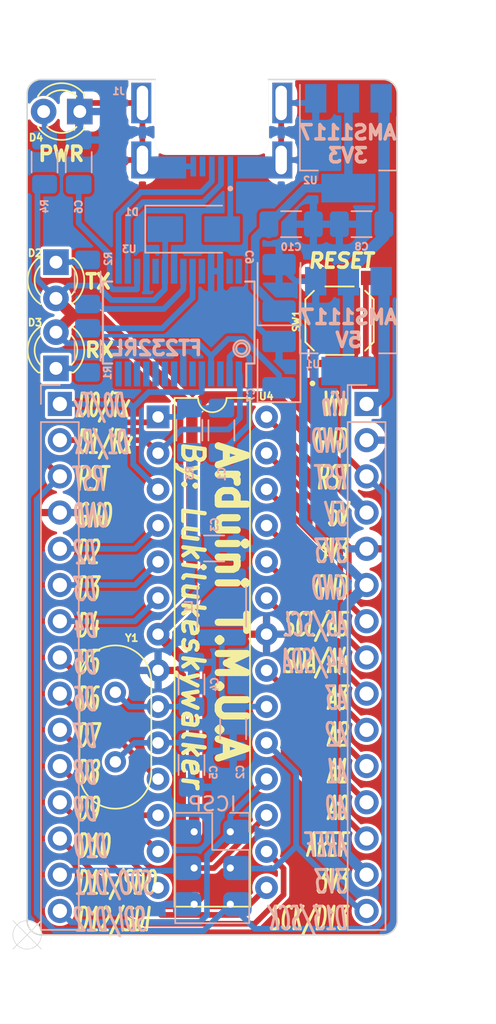
<source format=kicad_pcb>
(kicad_pcb (version 20211014) (generator pcbnew)
  (title_block (date "2022-03-12"))
  (layers (0 "F.Cu" signal) (31 "B.Cu" signal) (34 "B.Paste" user) (35 "F.Paste" user) (36 "B.SilkS" user "B.Silkscreen") (37 "F.SilkS" user "F.Silkscreen") (38 "B.Mask" user) (39 "F.Mask" user) (44 "Edge.Cuts" user))
  (net 0 "")
  (net 1 "/1(Tx)")
  (net 2 "/0(Rx)")
  (net 3 "/Reset")
  (net 4 "GND")
  (net 5 "/2")
  (net 6 "/3(**)")
  (net 7 "/4")
  (net 8 "/5(**)")
  (net 9 "/6(**)")
  (net 10 "/7")
  (net 11 "/8")
  (net 12 "/9(**)")
  (net 13 "Net-(C4-Pad1)")
  (net 14 "+5V")
  (net 15 "/A5")
  (net 16 "/A4")
  (net 17 "/A3")
  (net 18 "/A2")
  (net 19 "/A1")
  (net 20 "/A0")
  (net 21 "/AREF")
  (net 22 "/13(SCK)")
  (net 23 "Net-(C5-Pad1)")
  (net 25 "+3V3")
  (net 26 "/12(MISO)")
  (net 27 "/10(**{slash}SS)")
  (net 28 "/11(**{slash}MOSI)")
  (net 29 "Net-(C1-Pad1)")
  (net 30 "/D+")
  (net 31 "/D-")
  (net 32 "Net-(R2-Pad1)")
  (net 33 "Net-(R1-Pad1)")
  (net 34 "/Vin")
  (net 35 "+5VA")
  (net 36 "Net-(D2-Pad1)")
  (net 37 "/3V3OUT")
  (net 38 "Net-(J1-Pad1)")
  (net 39 "Net-(D3-Pad1)")
  (net 40 "Net-(D4-Pad2)")
  (footprint "Crystal:Crystal_HC49-4H_Vertical" (layer "F.Cu") (at 6.2 -12.1375 90)
    (fp_text reference "Y1")
    (fp_text value "16Mhz")
  )
  (footprint "Package_DIP:DIP-28_W7.62mm" (layer "F.Cu") (at 9.2 -36.33)
    (fp_text reference "U4")
    (fp_text value "ATmega328-P")
  )
  (footprint "LED_THT:LED_D3.0mm" (layer "F.Cu") (at 3.7 -57.75 180)
    (fp_text reference "D4")
    (fp_text value "POWER_LED")
  )
  (footprint "LED_THT:LED_D3.0mm" (layer "F.Cu") (at 2.025 -39.735 90)
    (fp_text reference "D3")
    (fp_text value "RX Red")
  )
  (footprint "LED_THT:LED_D3.0mm" (layer "F.Cu") (at 2.025 -47.185 -90)
    (fp_text reference "D2")
    (fp_text value "TX Green")
  )
  (footprint "Footprints_priv:SW_PTS526_SM08_SMTR2_LFS" (layer "F.Cu") (at 21.95 -43.08 90)
    (fp_text reference "SW1")
    (fp_text value "SW_Push")
  )
  (footprint "Package_TO_SOT_SMD:SOT-223-3_TabPin2" (layer "B.Cu") (at 22.575 -55.525 -90)
    (fp_text reference "U2")
    (fp_text value "AMS1117-3.3")
  )
  (footprint "Package_SO:SSOP-28_5.3x10.2mm_P0.65mm" (layer "B.Cu") (at 10.65 -42.95 90)
    (fp_text reference "U3")
    (fp_text value "FT232RL")
  )
  (footprint "TE:TE_2134441-2" (layer "B.Cu") (at 12.975 -58.35 90)
    (fp_text reference "J1")
    (fp_text value "2134441-2")
    (fp_line (start -3.6 -3.175) (end -3.6 3.175) (layer "Edge.Cuts") (width 0.01))
    (fp_line (start -2.8 3.975) (end 1.65 3.975) (layer "Edge.Cuts") (width 0.01))
    (fp_line (start 1.65 -3.975) (end -2.8 -3.975) (layer "Edge.Cuts") (width 0.01))
    (fp_arc (start -2.8 3.975) (mid -3.365685 3.740685) (end -3.6 3.175) (layer "Edge.Cuts") (width 0.01))
    (fp_arc (start -3.6 -3.175) (mid -3.365685 -3.740685) (end -2.8 -3.975) (layer "Edge.Cuts") (width 0.01))
  )
  (footprint "Resistor_SMD:R_1206_3216Metric_Pad1.30x1.75mm_HandSolder" (layer "B.Cu") (at 4.25 -45.8 90)
    (fp_text reference "R2")
    (fp_text value "1K")
  )
  (footprint "Connector_PinSocket_2.54mm:PinSocket_1x15_P2.54mm_Vertical" (layer "B.Cu") (at 2.3 -37.24 180)
    (fp_text reference "P1" hide)
    (fp_text value "Digital")
  )
  (footprint "Resistor_SMD:R_1206_3216Metric_Pad1.30x1.75mm_HandSolder" (layer "B.Cu") (at 11.4 -35.4 90)
    (fp_text reference "R3")
    (fp_text value "10K")
  )
  (footprint "Package_TO_SOT_SMD:SOT-223-3_TabPin2" (layer "B.Cu") (at 22.575 -42.7 -90)
    (fp_text reference "U1")
    (fp_text value "AMS1117-5.0")
  )
  (footprint "Capacitor_SMD:C_1206_3216Metric_Pad1.33x1.80mm_HandSolder" (layer "B.Cu") (at 13.1375 -27.105)
    (fp_text reference "C3")
    (fp_text value "100n")
  )
  (footprint "Capacitor_SMD:C_1206_3216Metric_Pad1.33x1.80mm_HandSolder" (layer "B.Cu") (at 14.475 -14.4425 -90)
    (fp_text reference "C2")
    (fp_text value "100n")
  )
  (footprint "Capacitor_SMD:C_1206_3216Metric_Pad1.33x1.80mm_HandSolder" (layer "B.Cu") (at 18.55 -49.85)
    (fp_text reference "C10")
    (fp_text value "100n")
  )
  (footprint "Resistor_SMD:R_1206_3216Metric_Pad1.30x1.75mm_HandSolder" (layer "B.Cu") (at 4.25 -41 -90)
    (fp_text reference "R1")
    (fp_text value "1K")
  )
  (footprint "Capacitor_SMD:C_1206_3216Metric_Pad1.33x1.80mm_HandSolder" (layer "B.Cu") (at 23.5 -49.85 180)
    (fp_text reference "C8")
    (fp_text value "100n")
  )
  (footprint "Capacitor_SMD:C_1206_3216Metric_Pad1.33x1.80mm_HandSolder" (layer "B.Cu") (at 3.625 -54.195 -90)
    (fp_text reference "C6")
    (fp_text value "100n")
  )
  (footprint "Footprints_priv:ICSP_Spring_Conn" (layer "B.Cu") (at 14.275 -7.23 180)
    (fp_text reference "J2" hide)
    (fp_text value "ICSP")
  )
  (footprint "Capacitor_SMD:C_1206_3216Metric_Pad1.33x1.80mm_HandSolder" (layer "B.Cu") (at 13.65 -35.3875 90)
    (fp_text reference "C1")
    (fp_text value "100n")
  )
  (footprint "Capacitor_SMD:C_1206_3216Metric_Pad1.33x1.80mm_HandSolder" (layer "B.Cu") (at 11.55 -17.5675 90)
    (fp_text reference "C4")
    (fp_text value "22p")
  )
  (footprint "Diode_SMD:D_SMA" (layer "B.Cu") (at 11.7 -49.5)
    (fp_text reference "D1")
    (fp_text value "D_Schottky")
  )
  (footprint "Capacitor_SMD:C_1206_3216Metric_Pad1.33x1.80mm_HandSolder" (layer "B.Cu") (at 11.55 -11.9175 -90)
    (fp_text reference "C5")
    (fp_text value "22p")
  )
  (footprint "Connector_PinSocket_2.54mm:PinSocket_1x15_P2.54mm_Vertical" (layer "B.Cu") (at 23.85 -37.24 180)
    (fp_text reference "P2" hide)
    (fp_text value "Analog")
  )
  (footprint "Resistor_SMD:R_1206_3216Metric_Pad1.30x1.75mm_HandSolder" (layer "B.Cu") (at 1.225 -54.2 90)
    (fp_text reference "R4")
    (fp_text value "1K")
  )
  (footprint "Capacitor_Tantalum_SMD:CP_EIA-3528-15_AVX-H_Pad1.50x2.35mm_HandSolder" (layer "B.Cu") (at 17.7 -45.3875 90)
    (fp_text reference "C9")
    (fp_text value "100u")
  )
  (footprint "Capacitor_Tantalum_SMD:CP_EIA-3528-15_AVX-H_Pad1.50x2.35mm_HandSolder" (layer "B.Cu") (at 17.7 -40 90)
    (fp_text reference "C7")
    (fp_text value "100u")
  )
  (footprint "Inductor_SMD:L_1812_4532Metric" (layer "B.Cu") (at 13.675 -23 90)
    (fp_text reference "L1")
    (fp_text value "100uH")
  )
  (gr_circle (center 15.068392 -41.125) (end 15.418392 -40.675) (layer "B.SilkS") (width 0.15) (fill none))
  (gr_circle (center 15.068392 -41.125) (end 15.268392 -40.8) (layer "B.SilkS") (width 0.15) (fill none))
  (gr_arc (start 0 -59) (mid 0.292893 -59.707107) (end 1 -60) (layer "Edge.Cuts") (width 0.1))
  (gr_line (start 25 -60) (end 16.95 -60) (layer "Edge.Cuts") (width 0.1))
  (gr_arc (start 1 0) (mid 0.292893 -0.292893) (end 0 -1) (layer "Edge.Cuts") (width 0.1))
  (gr_arc (start 25 -60) (mid 25.707107 -59.707107) (end 26 -59) (layer "Edge.Cuts") (width 0.1))
  (gr_line (start 1 0) (end 25 0) (layer "Edge.Cuts") (width 0.1))
  (gr_line (start 0 -59) (end 0 -1) (layer "Edge.Cuts") (width 0.1))
  (gr_arc (start 26 -1) (mid 25.707107 -0.292893) (end 25 0) (layer "Edge.Cuts") (width 0.1))
  (gr_line (start 26 -1) (end 26 -59) (layer "Edge.Cuts") (width 0.1))
  (gr_line (start 9 -60) (end 1 -60) (layer "Edge.Cuts") (width 0.1))
  (gr_text "Vin\nGND\nRST\n5V\n3V3\nGND\nA5/SCL\nA4/SDA\nA3\nA2\nA1\nA0\nAREF\n3V3\nD13/SCK" (at 22.65 -19.18) (layer "B.SilkS") (effects (font (size 1.6 0.8) (thickness 0.2) italic) (justify left mirror)))
  (gr_text "AMS1117\n3V3" (at 22.525 -55.475) (layer "B.SilkS") (effects (font (size 1 1) (thickness 0.25)) (justify mirror)))
  (gr_text "FT232RL" (at 9.125 -41.15) (layer "B.SilkS") (effects (font (size 1 1) (thickness 0.25)) (justify mirror)))
  (gr_text "D0/Tx\nD1/Rx\nRST\nGND\nD2\nD3\nD4\nD5\nD6\nD7\nD8\nD9\nD10\nSDO/D11\nSDI/D12" (at 3.225 -19.08) (layer "B.SilkS") (effects (font (size 1.6 0.8) (thickness 0.2) italic) (justify right mirror)))
  (gr_text "AMS1117\n5V" (at 22.6 -42.525) (layer "B.SilkS") (effects (font (size 1 1) (thickness 0.25)) (justify mirror)))
  (gr_text "D0/Tx\nD1/Rx\nRST\nGND\nD2\nD3\nD4\nD5\nD6\nD7\nD8\nD9\nD10\nD11/SDO\nD12/SDI" (at 3.35 -19.105) (layer "F.SilkS") (effects (font (size 1.6 0.8) (thickness 0.2) italic) (justify left)))
  (gr_text "RESET" (at 22.05 -47.28) (layer "F.SilkS") (effects (font (size 1 1) (thickness 0.25) italic)))
  (gr_text "Arduini T.M.U.A" (at 14.325 -23.355 270) (layer "F.SilkS") (effects (font (size 2 2) (thickness 0.5))))
  (gr_text "Vin\nGND\nRST\n5V\n3V3\nGND\nSCL/A5\nSDA/A4\nA3\nA2\nA1\nA0\nAREF\n3V3\nSCK/D13" (at 22.65 -19.18) (layer "F.SilkS") (effects (font (size 1.6 0.8) (thickness 0.2) italic) (justify right)))
  (gr_text "TX" (at 4.975 -45.825) (layer "F.SilkS") (effects (font (size 1 1) (thickness 0.25))))
  (gr_text "By: Lukilukeskywalker" (at 11.65 -22.43 -90) (layer "F.SilkS") (effects (font (size 1.5 1.5) (thickness 0.3) italic)))
  (gr_text "RX" (at 5.075 -41.025) (layer "F.SilkS") (effects (font (size 1 1) (thickness 0.25))))
  (gr_text "PWR" (at 2.4 -54.775) (layer "F.SilkS") (effects (font (size 1 1) (thickness 0.25))))
  (target x (at 0 0) (size 2) (width 0.04) (layer "Edge.Cuts"))
  (segment (start 7.45 -33) (end 9.2 -31.25) (width 0.4) (layer "B.Cu") (net 1))
  (segment (start 8.546467 -38.075489) (end 7.45 -36.979022) (width 0.4) (layer "B.Cu") (net 1))
  (segment (start 8.546467 -38.075489) (end 12.249511 -38.075489) (width 0.4) (layer "B.Cu") (net 1))
  (segment (start 7.45 -36.979022) (end 7.45 -33) (width 0.4) (layer "B.Cu") (net 1))
  (segment (start 7.189022 -37.24) (end 2.3 -37.24) (width 0.4) (layer "B.Cu") (net 1))
  (segment (start 7.45 -36.979022) (end 7.189022 -37.24) (width 0.4) (layer "B.Cu") (net 1))
  (segment (start 12.275 -38.100978) (end 12.275 -39.35) (width 0.4) (layer "B.Cu") (net 1))
  (segment (start 12.249511 -38.075489) (end 12.275 -38.100978) (width 0.4) (layer "B.Cu") (net 1))
  (segment (start 2.3 -34.7) (end 8.29 -34.7) (width 0.4) (layer "F.Cu") (net 2))
  (segment (start 8.29 -34.7) (end 9.2 -33.79) (width 0.4) (layer "F.Cu") (net 2))
  (segment (start 14.94952 -36.268461) (end 14.131059 -35.45) (width 0.4) (layer "B.Cu") (net 2))
  (segment (start 14.875 -39.35) (end 14.94952 -39.27548) (width 0.4) (layer "B.Cu") (net 2))
  (segment (start 14.94952 -39.27548) (end 14.94952 -36.268461) (width 0.4) (layer "B.Cu") (net 2))
  (segment (start 14.131059 -35.45) (end 10.86 -35.45) (width 0.4) (layer "B.Cu") (net 2))
  (segment (start 10.86 -35.45) (end 9.2 -33.79) (width 0.4) (layer "B.Cu") (net 2))
  (segment (start 1.782435 -35.949511) (end 1.050489 -35.217565) (width 0.4) (layer "F.Cu") (net 3))
  (segment (start 22.425 -33.585) (end 22.425 -38.705) (width 0.4) (layer "F.Cu") (net 3))
  (segment (start 1.050489 -33.409511) (end 2.3 -32.16) (width 0.4) (layer "F.Cu") (net 3))
  (segment (start 9.2 -36.33) (end 8.819511 -35.949511) (width 0.4) (layer "F.Cu") (net 3))
  (segment (start 23.85 -32.16) (end 22.425 -33.585) (width 0.4) (layer "F.Cu") (net 3))
  (segment (start 22.425 -38.705) (end 23.8 -40.08) (width 0.4) (layer "F.Cu") (net 3))
  (segment (start 1.050489 -35.217565) (end 1.050489 -33.409511) (width 0.4) (layer "F.Cu") (net 3))
  (segment (start 23.8 -40.08) (end 23.8 -46.08) (width 0.4) (layer "F.Cu") (net 3))
  (segment (start 8.819511 -35.949511) (end 1.782435 -35.949511) (width 0.4) (layer "F.Cu") (net 3))
  (segment (start 24.430489 -0.430489) (end 15.994511 -0.430489) (width 0.4) (layer "B.Cu") (net 3))
  (segment (start 25.099511 -1.099511) (end 24.430489 -0.430489) (width 0.4) (layer "B.Cu") (net 3))
  (segment (start 25.099511 -30.910489) (end 25.099511 -1.099511) (width 0.4) (layer "B.Cu") (net 3))
  (segment (start 11.4 -36.95) (end 13.65 -36.95) (width 0.4) (layer "B.Cu") (net 3))
  (segment (start 0.675 -30.535) (end 2.3 -32.16) (width 0.4) (layer "B.Cu") (net 3))
  (segment (start 10.78 -36.33) (end 11.4 -36.95) (width 0.4) (layer "B.Cu") (net 3))
  (segment (start 9.2 -36.33) (end 10.78 -36.33) (width 0.4) (layer "B.Cu") (net 3))
  (segment (start 1.911955 -0.300969) (end 0.675 -1.537924) (width 0.4) (layer "B.Cu") (net 3))
  (segment (start 12.425969 -0.300969) (end 1.911955 -0.300969) (width 0.4) (layer "B.Cu") (net 3))
  (segment (start 23.85 -32.16) (end 25.099511 -30.910489) (width 0.4) (layer "B.Cu") (net 3))
  (segment (start 10.855 -36.33) (end 11.475 -36.95) (width 0.4) (layer "B.Cu") (net 3))
  (segment (start 0.675 -1.537924) (end 0.675 -30.535) (width 0.4) (layer "B.Cu") (net 3))
  (segment (start 14.275 -2.15) (end 12.425969 -0.300969) (width 0.4) (layer "B.Cu") (net 3))
  (segment (start 15.994511 -0.430489) (end 14.275 -2.15) (width 0.4) (layer "B.Cu") (net 3))
  (segment (start 7.075 -54.35) (end 6.875 -54.15) (width 0.4) (layer "F.Cu") (net 4))
  (segment (start 19.425 -58.35) (end 19.475 -58.3) (width 0.4) (layer "F.Cu") (net 4))
  (segment (start 4.3 -58.35) (end 3.7 -57.75) (width 0.4) (layer "F.Cu") (net 4))
  (segment (start 8.1 -54.35) (end 17.85 -54.35) (width 0.4) (layer "F.Cu") (net 4))
  (segment (start 19.275 -54.35) (end 19.3 -54.325) (width 0.4) (layer "F.Cu") (net 4))
  (segment (start 8.1 -58.35) (end 8.1 -54.35) (width 0.4) (layer "F.Cu") (net 4))
  (segment (start 8.1 -58.35) (end 4.3 -58.35) (width 0.4) (layer "F.Cu") (net 4))
  (segment (start 17.85 -58.35) (end 17.85 -54.35) (width 0.4) (layer "F.Cu") (net 4))
  (segment (start 17.85 -58.35) (end 19.425 -58.35) (width 0.4) (layer "F.Cu") (net 4))
  (segment (start 17.85 -54.35) (end 19.275 -54.35) (width 0.4) (layer "F.Cu") (net 4))
  (segment (start 8.1 -54.35) (end 7.075 -54.35) (width 0.4) (layer "F.Cu") (net 4))
  (segment (start 17.85 -58.35) (end 19.95 -58.35) (width 0.4) (layer "B.Cu") (net 4))
  (segment (start 11.675 -53.9) (end 8.55 -53.9) (width 0.4) (layer "B.Cu") (net 4))
  (segment (start 13.575 -45.275) (end 13.575 -46.55) (width 0.4) (layer "B.Cu") (net 4))
  (segment (start 19.95 -58.35) (end 20.275 -58.675) (width 0.4) (layer "B.Cu") (net 4))
  (segment (start 19.6 -54.35) (end 19.65 -54.3) (width 0.4) (layer "B.Cu") (net 4))
  (segment (start 17.85 -54.35) (end 19.6 -54.35) (width 0.4) (layer "B.Cu") (net 4))
  (segment (start 17.7 -41.625) (end 17.225 -41.625) (width 0.4) (layer "B.Cu") (net 4))
  (segment (start 8.55 -53.9) (end 8.1 -54.35) (width 0.4) (layer "B.Cu") (net 4))
  (segment (start 18.8625 -45.85) (end 17.7 -47.0125) (width 0.4) (layer "B.Cu") (net 4))
  (segment (start 20.275 -45.85) (end 18.8625 -45.85) (width 0.4) (layer "B.Cu") (net 4))
  (segment (start 17.225 -41.625) (end 13.575 -45.275) (width 0.4) (layer "B.Cu") (net 4))
  (segment (start 2.3 -27.08) (end 7.57 -27.08) (width 0.4) (layer "B.Cu") (net 5))
  (segment (start 7.57 -27.08) (end 9.2 -28.71) (width 0.4) (layer "B.Cu") (net 5))
  (segment (start 2.3 -24.54) (end 7.57 -24.54) (width 0.4) (layer "B.Cu") (net 6))
  (segment (start 7.57 -24.54) (end 9.2 -26.17) (width 0.4) (layer "B.Cu") (net 6))
  (segment (start 7.57 -22) (end 9.2 -23.63) (width 0.4) (layer "B.Cu") (net 7))
  (segment (start 2.3 -22) (end 7.57 -22) (width 0.4) (layer "B.Cu") (net 7))
  (segment (start 3.549511 -16.580489) (end 9.2 -10.93) (width 0.4) (layer "F.Cu") (net 8))
  (segment (start 3.549511 -18.210489) (end 3.549511 -16.580489) (width 0.4) (layer "F.Cu") (net 8))
  (segment (start 2.3 -19.46) (end 3.549511 -18.210489) (width 0.4) (layer "F.Cu") (net 8))
  (segment (start 8.06863 -8.39) (end 9.2 -8.39) (width 0.4) (layer "F.Cu") (net 9))
  (segment (start 4.149022 -12.309608) (end 8.06863 -8.39) (width 0.4) (layer "F.Cu") (net 9))
  (segment (start 2.3 -16.92) (end 4.149022 -15.070978) (width 0.4) (layer "F.Cu") (net 9))
  (segment (start 4.149022 -15.070978) (end 4.149022 -12.309608) (width 0.4) (layer "F.Cu") (net 9))
  (segment (start 3.549511 -13.130489) (end 3.549511 -11.500489) (width 0.4) (layer "F.Cu") (net 10))
  (segment (start 2.3 -14.38) (end 3.549511 -13.130489) (width 0.4) (layer "F.Cu") (net 10))
  (segment (start 3.549511 -11.500489) (end 9.2 -5.85) (width 0.4) (layer "F.Cu") (net 10))
  (segment (start 3.549511 -8.960489) (end 9.2 -3.31) (width 0.4) (layer "F.Cu") (net 11))
  (segment (start 3.549511 -10.590489) (end 3.549511 -8.960489) (width 0.4) (layer "F.Cu") (net 11))
  (segment (start 2.3 -11.84) (end 3.549511 -10.590489) (width 0.4) (layer "F.Cu") (net 11))
  (segment (start 16.82 -3.31) (end 14.910489 -1.400489) (width 0.4) (layer "F.Cu") (net 12))
  (segment (start 14.910489 -1.400489) (end 9.413145 -1.400489) (width 0.4) (layer "F.Cu") (net 12))
  (segment (start 9.413145 -1.400489) (end 3.549511 -7.264123) (width 0.4) (layer "F.Cu") (net 12))
  (segment (start 3.549511 -7.264123) (end 3.549511 -8.050489) (width 0.4) (layer "F.Cu") (net 12))
  (segment (start 3.549511 -8.050489) (end 2.3 -9.3) (width 0.4) (layer "F.Cu") (net 12))
  (segment (start 7.2075 -16.01) (end 6.2 -17.0175) (width 0.4) (layer "B.Cu") (net 13))
  (segment (start 9.2 -16.01) (end 7.2075 -16.01) (width 0.4) (layer "B.Cu") (net 13))
  (segment (start 9.2 -16.01) (end 11.545 -16.01) (width 0.4) (layer "B.Cu") (net 13))
  (segment (start 11.545 -16.01) (end 11.55 -16.005) (width 0.4) (layer "B.Cu") (net 13))
  (segment (start 3.17 -43.42) (end 2.025 -42.275) (width 0.8) (layer "F.Cu") (net 14))
  (segment (start 11.575 -36.754022) (end 11.575 -36.85) (width 0.8) (layer "F.Cu") (net 14))
  (segment (start 18.219511 -36.659809) (end 18.219511 -36.955489) (width 0.8) (layer "F.Cu") (net 14))
  (segment (start 11.575 -23.465) (end 9.2 -21.09) (width 0.8) (layer "F.Cu") (net 14))
  (segment (start 18.219511 -36.955489) (end 17.445489 -37.729511) (width 0.8) (layer "F.Cu") (net 14))
  (segment (start 22.118831 -31.351169) (end 22.118831 -32.760489) (width 0.8) (layer "F.Cu") (net 14))
  (segment (start 9.2 -21.09) (end 11.735 -18.555) (width 0.75) (layer "F.Cu") (net 14))
  (segment (start 22.118831 -32.760489) (end 18.219511 -36.659809) (width 0.8) (layer "F.Cu") (net 14))
  (segment (start 11.735 -18.555) (end 11.735 -7.23) (width 0.75) (layer "F.Cu") (net 14))
  (segment (start 5.005 -43.42) (end 3.25 -43.42) (width 0.8) (layer "F.Cu") (net 14))
  (segment (start 11.575 -36.85) (end 5.005 -43.42) (width 0.8) (layer "F.Cu") (net 14))
  (segment (start 12.550489 -37.729511) (end 11.575 -36.754022) (width 0.8) (layer "F.Cu") (net 14))
  (segment (start 17.445489 -37.729511) (end 12.550489 -37.729511) (width 0.8) (layer "F.Cu") (net 14))
  (segment (start 3.25 -43.42) (end 2.025 -44.645) (width 0.8) (layer "F.Cu") (net 14))
  (segment (start 11.575 -36.754022) (end 11.575 -23.465) (width 0.8) (layer "F.Cu") (net 14))
  (segment (start 23.85 -29.62) (end 22.118831 -31.351169) (width 0.8) (layer "F.Cu") (net 14))
  (segment (start 9.675 -45.275) (end 9.675 -46.55) (width 0.4) (layer "B.Cu") (net 14))
  (segment (start 0.725489 -52.150489) (end 0.725489 -45.944511) (width 0.4) (layer "B.Cu") (net 14))
  (segment (start 11.7075 -27.105) (end 13.675 -25.1375) (width 0.75) (layer "B.Cu") (net 14))
  (segment (start 2.306441 -42.275) (end 2.025 -42.275) (width 0.4) (layer "B.Cu") (net 14))
  (segment (start 17.7 -39.281441) (end 17.7 -38.375) (width 0.4) (layer "B.Cu") (net 14))
  (segment (start 14.125978 -41.8) (end 15.181441 -41.8) (width 0.4) (layer "B.Cu") (net 14))
  (segment (start 13.2475 -25.1375) (end 9.2 -21.09) (width 0.75) (layer "B.Cu") (net 14))
  (segment (start 22.575 -39.55) (end 22.400489 -39.375489) (width 0.75) (layer "B.Cu") (net 14))
  (segment (start 11.525 -27.155) (end 11.575 -27.105) (width 0.75) (layer "B.Cu") (net 14))
  (segment (start 22.400489 -39.375489) (end 22.400489 -31.069511) (width 0.75) (layer "B.Cu") (net 14))
  (segment (start 12.925 -40.599022) (end 12.024022 -41.5) (width 0.4) (layer "B.Cu") (net 14))
  (segment (start 2.025 -44.645) (end 0.725489 -45.944511) (width 0.4) (layer "B.Cu") (net 14))
  (segment (start 2.8 -41.5) (end 2.025 -42.275) (width 0.4) (layer "B.Cu") (net 14))
  (segment (start 2.025 -44.645) (end 2.925 -45.545) (width 0.4) (layer "B.Cu") (net 14))
  (segment (start 25.0625 -48.986522) (end 22.575 -46.499022) (width 0.8) (layer "B.Cu") (net 14))
  (segment (start 12.925 -39.35) (end 12.925 -40.599022) (width 0.4) (layer "B.Cu") (net 14))
  (segment (start 2.925 -45.545) (end 4.898559 -45.545) (width 0.4) (layer "B.Cu") (net 14))
  (segment (start 11.575 -27.105) (end 11.7075 -27.105) (width 0.75) (layer "B.Cu") (net 14))
  (segment (start 25.0625 -49.85) (end 25.0625 -48.986522) (width 0.8) (layer "B.Cu") (net 14))
  (segment (start 22.275 -39.25) (end 22.575 -39.55) (width 0.75) (layer "B.Cu") (net 14))
  (segment (start 25.075 -58.475) (end 24.875 -58.675) (width 0.8) (layer "B.Cu") (net 14))
  (segment (start 22.400489 -45.675489) (end 22.575 -45.85) (width 0.8) (layer "B.Cu") (net 14))
  (segment (start 25.074511 -58.475489) (end 24.875 -58.675) (width 0.8) (layer "B.Cu") (net 14))
  (segment (start 9.7 -46.575) (end 9.675 -46.55) (width 0.4) (layer "B.Cu") (net 14))
  (segment (start 4.898559 -45.545) (end 5.918069 -44.52549) (width 0.4) (layer "B.Cu") (net 14))
  (segment (start 11.575 -27.105) (end 11.575 -33.675) (width 0.75) (layer "B.Cu") (net 14))
  (segment (start 12.024022 -41.5) (end 2.8 -41.5) (width 0.4) (layer "B.Cu") (net 14))
  (segment (start 15.181441 -41.8) (end 17.7 -39.281441) (width 0.4) (layer "B.Cu") (net 14))
  (segment (start 22.575 -45.85) (end 22.575 -39.55) (width 0.8) (layer "B.Cu") (net 14))
  (segment (start 25.0625 -49.85) (end 25.074511 -49.862011) (width 0.8) (layer "B.Cu") (net 14))
  (segment (start 1.225 -52.65) (end 0.725489 -52.150489) (width 0.4) (layer "B.Cu") (net 14))
  (segment (start 23.85 -29.62) (end 22.400489 -31.069511) (width 0.8) (layer "B.Cu") (net 14))
  (segment (start 5.918069 -44.52549) (end 8.92549 -44.52549) (width 0.4) (layer "B.Cu") (net 14))
  (segment (start 8.92549 -44.52549) (end 9.675 -45.275) (width 0.4) (layer "B.Cu") (net 14))
  (segment (start 12.925 -40.599022) (end 14.125978 -41.8) (width 0.4) (layer "B.Cu") (net 14))
  (segment (start 9.7 -49.5) (end 9.7 -46.575) (width 0.4) (layer "B.Cu") (net 14))
  (segment (start 13.675 -25.1375) (end 13.2475 -25.1375) (width 0.75) (layer "B.Cu") (net 14))
  (segment (start 25.074511 -49.862011) (end 25.074511 -58.475489) (width 0.8) (layer "B.Cu") (net 14))
  (segment (start 22.575 -46.499022) (end 22.575 -45.85) (width 0.8) (layer "B.Cu") (net 14))
  (segment (start 11.575 -33.675) (end 11.4 -33.85) (width 0.75) (layer "B.Cu") (net 14))
  (segment (start 22.600489 -23.249511) (end 22.600489 -27.234187) (width 0.4) (layer "F.Cu") (net 15))
  (segment (start 21.051467 -32.098533) (end 16.82 -36.33) (width 0.4) (layer "F.Cu") (net 15))
  (segment (start 23.85 -22) (end 22.600489 -23.249511) (width 0.4) (layer "F.Cu") (net 15))
  (segment (start 21.051467 -28.78321) (end 21.051467 -32.098533) (width 0.4) (layer "F.Cu") (net 15))
  (segment (start 22.600489 -27.234187) (end 21.051467 -28.78321) (width 0.4) (layer "F.Cu") (net 15))
  (segment (start 20.451956 -28.534886) (end 20.451957 -29.060321) (width 0.4) (layer "F.Cu") (net 16))
  (segment (start 22.000978 -26.985862) (end 20.451956 -28.534886) (width 0.4) (layer "F.Cu") (net 16))
  (segment (start 23.85 -19.46) (end 22.000978 -21.309022) (width 0.4) (layer "F.Cu") (net 16))
  (segment (start 20.451957 -29.060321) (end 20.451957 -30.158043) (width 0.4) (layer "F.Cu") (net 16))
  (segment (start 20.451957 -30.158043) (end 16.82 -33.79) (width 0.4) (layer "F.Cu") (net 16))
  (segment (start 22.000978 -21.309022) (end 22.000978 -26.985862) (width 0.4) (layer "F.Cu") (net 16))
  (segment (start 23.85 -16.92) (end 21.365 -19.405) (width 0.4) (layer "F.Cu") (net 17))
  (segment (start 21.365 -26.705) (end 16.82 -31.25) (width 0.4) (layer "F.Cu") (net 17))
  (segment (start 21.365 -19.405) (end 21.365 -26.705) (width 0.4) (layer "F.Cu") (net 17))
  (segment (start 19.975 -25.555) (end 16.82 -28.71) (width 0.4) (layer "F.Cu") (net 18))
  (segment (start 19.975 -18.255) (end 19.975 -25.555) (width 0.4) (layer "F.Cu") (net 18))
  (segment (start 23.85 -14.38) (end 19.975 -18.255) (width 0.4) (layer "F.Cu") (net 18))
  (segment (start 19.218532 -16.471468) (end 19.218532 -23.771468) (width 0.4) (layer "F.Cu") (net 19))
  (segment (start 23.85 -11.84) (end 19.218532 -16.471468) (width 0.4) (layer "F.Cu") (net 19))
  (segment (start 19.218532 -23.771468) (end 16.82 -26.17) (width 0.4) (layer "F.Cu") (net 19))
  (segment (start 18.619022 -14.530978) (end 18.619022 -21.830978) (width 0.4) (layer "F.Cu") (net 20))
  (segment (start 18.619022 -21.830978) (end 16.82 -23.63) (width 0.4) (layer "F.Cu") (net 20))
  (segment (start 23.85 -9.3) (end 18.619022 -14.530978) (width 0.4) (layer "F.Cu") (net 20))
  (segment (start 18.019511 -17.350489) (end 16.82 -18.55) (width 0.4) (layer "F.Cu") (net 21))
  (segment (start 18.019511 -12.590489) (end 18.019511 -17.350489) (width 0.4) (layer "F.Cu") (net 21))
  (segment (start 23.85 -6.76) (end 18.019511 -12.590489) (width 0.4) (layer "F.Cu") (net 21))
  (segment (start 17.345489 -4.650489) (end 18.908183 -6.213183) (width 0.4) (layer "B.Cu") (net 22))
  (segment (start 18.90049 -6.220876) (end 18.908183 -6.213183) (width 0.4) (layer "B.Cu") (net 22))
  (segment (start 18.908183 -6.213183) (end 23.5 -1.621366) (width 0.4) (layer "B.Cu") (net 22))
  (segment (start 23.5 -1.621366) (end 23.791366 -1.621366) (width 0.4) (layer "B.Cu") (net 22))
  (segment (start 18.90049 -11.38951) (end 18.90049 -6.220876) (width 0.4) (layer "B.Cu") (net 22))
  (segment (start 23.791366 -1.621366) (end 23.85 -1.68) (width 0.4) (layer "B.Cu") (net 22))
  (segment (start 14.275 -4.69) (end 14.314511 -4.650489) (width 0.4) (layer "B.Cu") (net 22))
  (segment (start 16.82 -13.47) (end 18.90049 -11.38951) (width 0.4) (layer "B.Cu") (net 22))
  (segment (start 14.314511 -4.650489) (end 17.345489 -4.650489) (width 0.4) (layer "B.Cu") (net 22))
  (segment (start 9.2 -13.47) (end 7.5325 -13.47) (width 0.4) (layer "B.Cu") (net 23))
  (segment (start 11.55 -13.48) (end 9.21 -13.48) (width 0.4) (layer "B.Cu") (net 23))
  (segment (start 7.5325 -13.47) (end 6.2 -12.1375) (width 0.4) (layer "B.Cu") (net 23))
  (segment (start 9.21 -13.48) (end 9.2 -13.47) (width 0.4) (layer "B.Cu") (net 23))
  (segment (start 22.375 -5.695) (end 23.85 -4.22) (width 0.75) (layer "B.Cu") (net 25))
  (segment (start 22.375 -23.065) (end 23.85 -24.54) (width 0.75) (layer "B.Cu") (net 25))
  (segment (start 22.375 -5.695) (end 22.375 -23.065) (width 0.75) (layer "B.Cu") (net 25))
  (segment (start 22.575 -58.675) (end 22.575 -52.375) (width 0.6) (layer "B.Cu") (net 25))
  (segment (start 17.7 -43.7625) (end 18.153546 -43.7625) (width 0.75) (layer "B.Cu") (net 25))
  (segment (start 19.4 -28.99) (end 23.85 -24.54) (width 0.6) (layer "B.Cu") (net 25))
  (segment (start 19.5125 -52.375) (end 22.575 -52.375) (width 0.6) (layer "B.Cu") (net 25))
  (segment (start 18.04748 -43.7625) (end 19.4 -42.40998) (width 0.6) (layer "B.Cu") (net 25))
  (segment (start 22.575 -52.375) (end 23.09952 -51.85048) (width 0.6) (layer "B.Cu") (net 25))
  (segment (start 17.7 -43.7625) (end 18.04748 -43.7625) (width 0.6) (layer "B.Cu") (net 25))
  (segment (start 19.4 -42.40998) (end 19.4 -28.99) (width 0.6) (layer "B.Cu") (net 25))
  (segment (start 16.9875 -49.237509) (end 16.9875 -49.85) (width 0.75) (layer "B.Cu") (net 25))
  (segment (start 16.02548 -48.88798) (end 16.02548 -45.43702) (width 0.6) (layer "B.Cu") (net 25))
  (segment (start 16.9875 -49.85) (end 16.02548 -48.88798) (width 0.6) (layer "B.Cu") (net 25))
  (segment (start 16.9875 -49.85) (end 19.5125 -52.375) (width 0.6) (layer "B.Cu") (net 25))
  (segment (start 16.02548 -45.43702) (end 17.7 -43.7625) (width 0.6) (layer "B.Cu") (net 25))
  (segment (start 12.63452 -1.390872) (end 12.144128 -0.90048) (width 0.4) (layer "B.Cu") (net 26))
  (segment (start 14.275 -8.385) (end 14.275 -7.23) (width 0.4) (layer "B.Cu") (net 26))
  (segment (start 16.82 -10.93) (end 14.275 -8.385) (width 0.4) (layer "B.Cu") (net 26))
  (segment (start 14.275 -7.23) (end 12.63452 -5.58952) (width 0.4) (layer "B.Cu") (net 26))
  (segment (start 3.07952 -0.90048) (end 2.3 -1.68) (width 0.4) (layer "B.Cu") (net 26))
  (segment (start 12.144128 -0.90048) (end 3.07952 -0.90048) (width 0.4) (layer "B.Cu") (net 26))
  (segment (start 12.63452 -5.58952) (end 12.63452 -1.390872) (width 0.4) (layer "B.Cu") (net 26))
  (segment (start 18.019511 -4.650489) (end 16.82 -5.85) (width 0.4) (layer "F.Cu") (net 27))
  (segment (start 2.3 -6.76) (end 8.28 -0.78) (width 0.4) (layer "F.Cu") (net 27))
  (segment (start 8.28 -0.78) (end 15.986366 -0.78) (width 0.4) (layer "F.Cu") (net 27))
  (segment (start 18.019511 -2.813145) (end 18.019511 -4.650489) (width 0.4) (layer "F.Cu") (net 27))
  (segment (start 15.986366 -0.78) (end 18.019511 -2.813145) (width 0.4) (layer "F.Cu") (net 27))
  (segment (start 13.12 -4.69) (end 16.82 -8.39) (width 0.4) (layer "F.Cu") (net 28))
  (segment (start 11.735 -4.69) (end 13.12 -4.69) (width 0.4) (layer "F.Cu") (net 28))
  (segment (start 11.554511 -4.509511) (end 11.735 -4.69) (width 0.4) (layer "B.Cu") (net 28))
  (segment (start 2.589511 -4.509511) (end 11.554511 -4.509511) (width 0.4) (layer "B.Cu") (net 28))
  (segment (start 2.3 -4.22) (end 2.589511 -4.509511) (width 0.4) (layer "B.Cu") (net 28))
  (segment (start 15.620489 -40.503533) (end 15.124022 -41) (width 0.4) (layer "B.Cu") (net 29))
  (segment (start 15.124022 -41) (end 14.675 -41) (width 0.4) (layer "B.Cu") (net 29))
  (segment (start 14.225 -40.55) (end 14.225 -39.35) (width 0.4) (layer "B.Cu") (net 29))
  (segment (start 15.620489 -35.795489) (end 15.620489 -40.503533) (width 0.4) (layer "B.Cu") (net 29))
  (segment (start 13.65 -33.825) (end 15.620489 -35.795489) (width 0.4) (layer "B.Cu") (net 29))
  (segment (start 14.675 -41) (end 14.225 -40.55) (width 0.4) (layer "B.Cu") (net 29))
  (segment (start 12.975 -52.850978) (end 12.975 -53.9) (width 0.4) (layer "B.Cu") (net 30))
  (segment (start 8.001675 -52.099511) (end 12.223533 -52.099511) (width 0.4) (layer "B.Cu") (net 30))
  (segment (start 12.223533 -52.099511) (end 12.975 -52.850978) (width 0.4) (layer "B.Cu") (net 30))
  (segment (start 6.425 -50.522836) (end 8.001675 -52.099511) (width 0.4) (layer "B.Cu") (net 30))
  (segment (start 6.425 -46.55) (end 6.425 -50.522836) (width 0.4) (layer "B.Cu") (net 30))
  (segment (start 7.075 -50.324986) (end 8.150014 -51.4) (width 0.4) (layer "B.Cu") (net 31))
  (segment (start 12.371871 -51.4) (end 13.625 -52.653129) (width 0.4) (layer "B.Cu") (net 31))
  (segment (start 13.625 -52.653129) (end 13.625 -53.9) (width 0.4) (layer "B.Cu") (net 31))
  (segment (start 8.150014 -51.4) (end 12.371871 -51.4) (width 0.4) (layer "B.Cu") (net 31))
  (segment (start 7.075 -46.55) (end 7.075 -50.324986) (width 0.4) (layer "B.Cu") (net 31))
  (segment (start 5.4 -43.9) (end 9.6 -43.9) (width 0.4) (layer "B.Cu") (net 32))
  (segment (start 4.25 -44.25) (end 5.05 -44.25) (width 0.4) (layer "B.Cu") (net 32))
  (segment (start 9.6 -43.9) (end 10.1 -44.4) (width 0.4) (layer "B.Cu") (net 32))
  (segment (start 10.1 -44.4) (end 10.975 -45.275) (width 0.4) (layer "B.Cu") (net 32))
  (segment (start 10.975 -45.275) (end 10.975 -46.55) (width 0.4) (layer "B.Cu") (net 32))
  (segment (start 5.05 -44.25) (end 5.4 -43.9) (width 0.4) (layer "B.Cu") (net 32))
  (segment (start 9.5 -42.55) (end 11.625 -44.675) (width 0.4) (layer "B.Cu") (net 33))
  (segment (start 11.625 -44.675) (end 11.625 -46.55) (width 0.4) (layer "B.Cu") (net 33))
  (segment (start 4.25 -42.55) (end 9.5 -42.55) (width 0.4) (layer "B.Cu") (net 33))
  (segment (start 25.075 -45.65) (end 24.875 -45.85) (width 0.8) (layer "B.Cu") (net 34))
  (segment (start 23.85 -37.24) (end 24.364022 -37.24) (width 0.8) (layer "B.Cu") (net 34))
  (segment (start 24.364022 -37.24) (end 25.075 -37.950978) (width 0.8) (layer "B.Cu") (net 34))
  (segment (start 25.075 -37.950978) (end 25.075 -45.65) (width 0.8) (layer "B.Cu") (net 34))
  (segment (start 13.675 -20.8625) (end 13.675 -16.805) (width 0.4) (layer "B.Cu") (net 35))
  (segment (start 14.48 -16.01) (end 14.475 -16.005) (width 0.4) (layer "B.Cu") (net 35))
  (segment (start 13.675 -16.805) (end 14.475 -16.005) (width 0.4) (layer "B.Cu") (net 35))
  (segment (start 16.82 -16.01) (end 14.48 -16.01) (width 0.4) (layer "B.Cu") (net 35))
  (segment (start 2.025 -47.185) (end 4.05 -47.185) (width 0.4) (layer "B.Cu") (net 36))
  (segment (start 3.625 -49.918559) (end 3.625 -52.6325) (width 0.4) (layer "B.Cu") (net 37))
  (segment (start 7.699511 -45.275489) (end 6.022347 -45.275489) (width 0.4) (layer "B.Cu") (net 37))
  (segment (start 7.725 -45.300978) (end 7.699511 -45.275489) (width 0.4) (layer "B.Cu") (net 37))
  (segment (start 6.022347 -45.275489) (end 5.800489 -45.497347) (width 0.4) (layer "B.Cu") (net 37))
  (segment (start 7.725 -46.55) (end 7.725 -45.300978) (width 0.4) (layer "B.Cu") (net 37))
  (segment (start 5.800489 -47.74307) (end 3.625 -49.918559) (width 0.4) (layer "B.Cu") (net 37))
  (segment (start 5.800489 -45.497347) (end 5.800489 -47.74307) (width 0.4) (layer "B.Cu") (net 37))
  (segment (start 14.275 -50.075) (end 14.275 -53.9) (width 0.4) (layer "B.Cu") (net 38))
  (segment (start 13.7 -49.5) (end 14.275 -50.075) (width 0.4) (layer "B.Cu") (net 38))
  (segment (start 2.025 -39.735) (end 3.765 -39.735) (width 0.4) (layer "B.Cu") (net 39))
  (segment (start 3.765 -39.735) (end 4.25 -39.25) (width 0.4) (layer "B.Cu") (net 39))
  (segment (start 1.225 -57.685) (end 1.16 -57.75) (width 0.4) (layer "B.Cu") (net 40))
  (segment (start 1.225 -55.75) (end 1.225 -57.685) (width 0.4) (layer "B.Cu") (net 40))
  (zone (net 4) (net_name "GND") (layers F&B.Cu) (connect_pads (clearance 0.05)) (min_thickness 0.2) (fill yes (thermal_gap 0.508) (thermal_bridge_width 0.508))
    (polygon (pts (xy 25.95 -0.05) (xy 0.05 -0.05) (xy 0.020029 -59.980087) (xy 25.970029 -60.030087)))
  )
)
</source>
